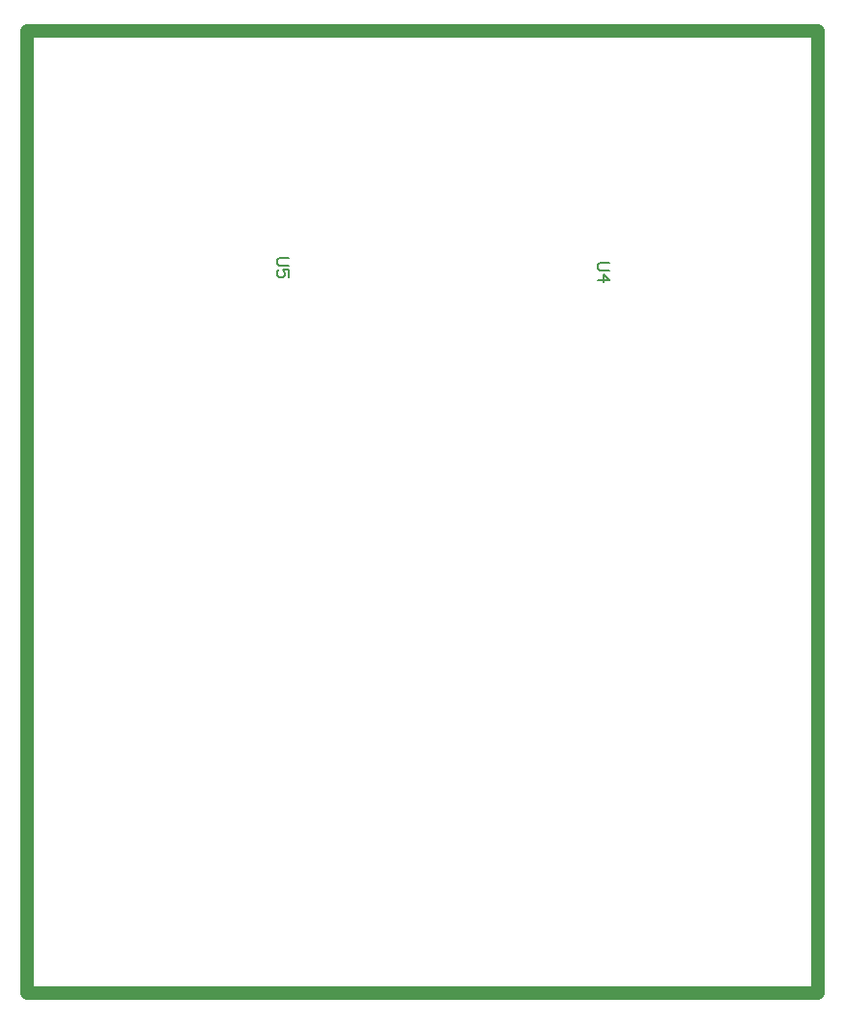
<source format=gm1>
G04*
G04 #@! TF.GenerationSoftware,Altium Limited,Altium Designer,22.10.1 (41)*
G04*
G04 Layer_Color=16711935*
%FSLAX24Y24*%
%MOIN*%
G70*
G04*
G04 #@! TF.SameCoordinates,1A49A545-8501-46E2-8B4D-154AAFE9D792*
G04*
G04*
G04 #@! TF.FilePolarity,Positive*
G04*
G01*
G75*
%ADD15C,0.0070*%
%ADD79C,0.0472*%
D15*
X23740Y31990D02*
X23406D01*
X23340Y31924D01*
Y31790D01*
X23406Y31724D01*
X23740D01*
X23340Y31391D02*
X23740D01*
X23540Y31590D01*
Y31324D01*
X12690Y32140D02*
X12356D01*
X12290Y32074D01*
Y31940D01*
X12356Y31874D01*
X12690D01*
Y31474D02*
Y31740D01*
X12490D01*
X12556Y31607D01*
Y31541D01*
X12490Y31474D01*
X12356D01*
X12290Y31541D01*
Y31674D01*
X12356Y31740D01*
D79*
X3650Y6800D02*
X30950D01*
X3650D02*
Y40000D01*
X30950D01*
Y6800D02*
Y40000D01*
M02*

</source>
